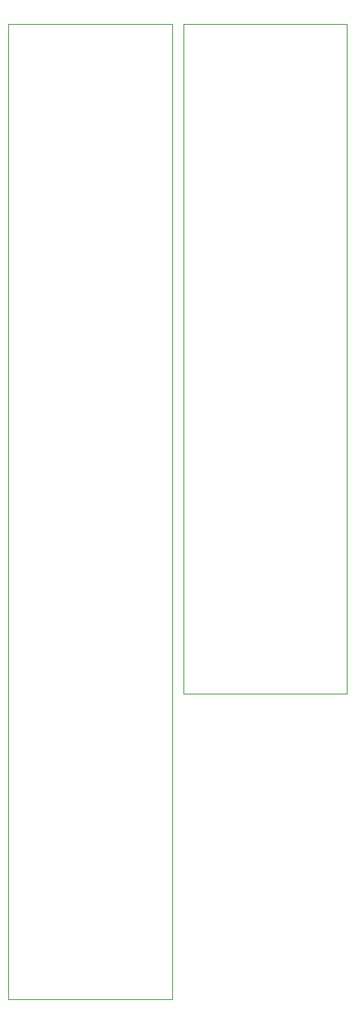
<source format=gbr>
G04 #@! TF.GenerationSoftware,KiCad,Pcbnew,(6.0.0)*
G04 #@! TF.CreationDate,2022-01-30T15:01:02+09:00*
G04 #@! TF.ProjectId,exits,65786974-732e-46b6-9963-61645f706362,2.1*
G04 #@! TF.SameCoordinates,Original*
G04 #@! TF.FileFunction,Profile,NP*
%FSLAX46Y46*%
G04 Gerber Fmt 4.6, Leading zero omitted, Abs format (unit mm)*
G04 Created by KiCad (PCBNEW (6.0.0)) date 2022-01-30 15:01:02*
%MOMM*%
%LPD*%
G01*
G04 APERTURE LIST*
G04 #@! TA.AperFunction,Profile*
%ADD10C,0.025400*%
G04 #@! TD*
G04 APERTURE END LIST*
D10*
X161000000Y-115500000D02*
X142500000Y-115500000D01*
X161000000Y-40000000D02*
X161000000Y-115500000D01*
X142500000Y-40000000D02*
X161000000Y-40000000D01*
X142500000Y-115500000D02*
X142500000Y-40000000D01*
X141250000Y-150000000D02*
X122750000Y-150000000D01*
X122750000Y-150000000D02*
X122750000Y-40000000D01*
X122750000Y-40000000D02*
X141250000Y-40000000D01*
X141250000Y-40000000D02*
X141250000Y-150000000D01*
M02*

</source>
